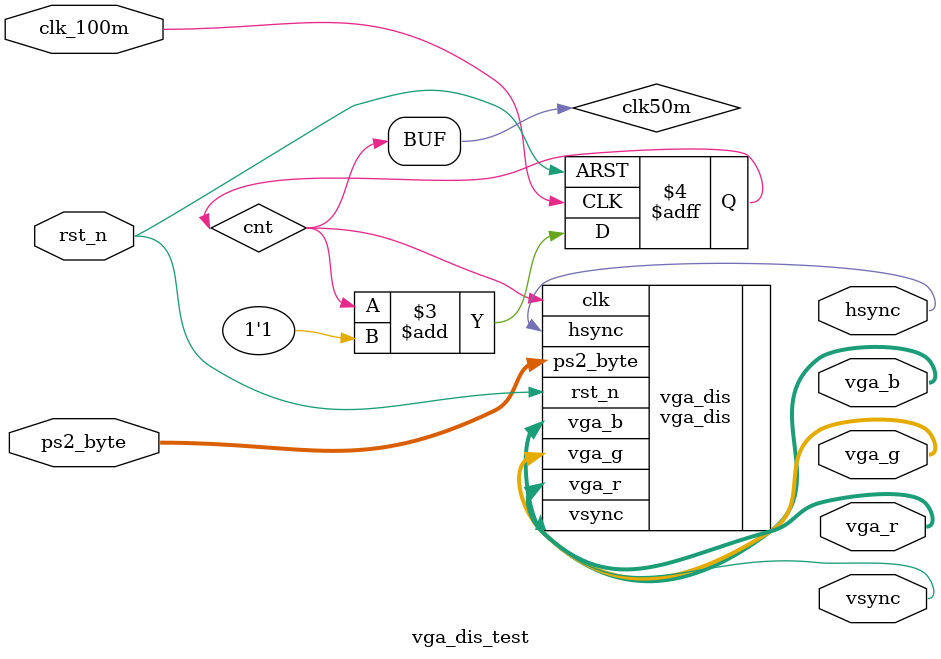
<source format=v>
`timescale 1ns / 1ps
module vga_dis_test(
	clk_100m, rst_n, ps2_byte,
	hsync, vsync,
	vga_r, vga_g, vga_b	
    );
	
	input clk_100m;
	input rst_n;
	input [7:0] ps2_byte;
	output hsync, vsync;
	output [2:0] vga_r;
	output [2:0] vga_g;
	output [1:0] vga_b;
	
	reg cnt;
	
	always @( posedge clk_100m or negedge rst_n ) begin
		if( !rst_n ) 
			cnt <= 1'b0;
		else	
			cnt <= cnt + 1'b1;
	end

	wire clk50m;
	
	assign clk50m = cnt;	
	
	vga_dis vga_dis(.clk(clk50m), .rst_n(rst_n), .ps2_byte(ps2_byte),
						 .hsync(hsync), .vsync(vsync),
						 .vga_r(vga_r), .vga_g(vga_g), .vga_b(vga_b));

endmodule

</source>
